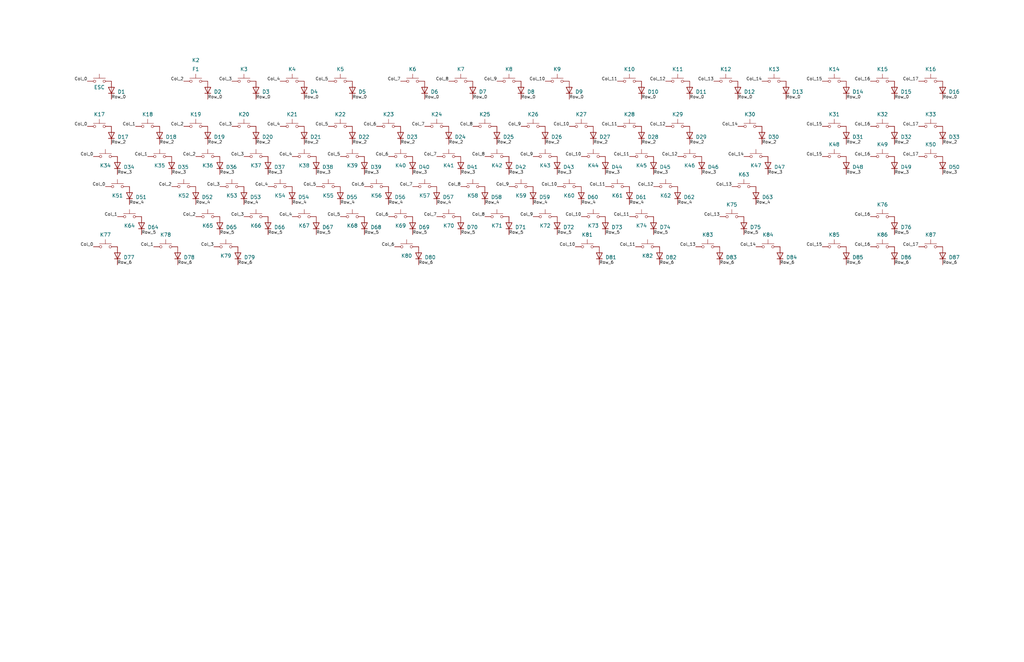
<source format=kicad_sch>
(kicad_sch (version 20211123) (generator eeschema)
  (paper "B")
  (lib_symbols
    (symbol "Device:D" (pin_numbers hide) (pin_names (offset 1.016) hide)
      (property "Reference" "D" (at 0 2.54 0))
      (property "Value" "D" (at 0 -2.54 0))
      (symbol "D_0_1"
        (polyline (pts (xy -1.27 1.27) (xy -1.27 -1.27)) (stroke (width 0.254)))
        (polyline (pts (xy 1.27 0) (xy -1.27 0)))
        (polyline (pts (xy 1.27 1.27) (xy 1.27 -1.27) (xy -1.27 0) (xy 1.27 1.27)) (stroke (width 0.254)))
      )
      (symbol "D_1_1"
        (pin passive line (at -3.81 0 0) (length 2.54) (name "K") (number "1"))
        (pin passive line (at 3.81 0 180) (length 2.54) (name "A") (number "2"))
      )
    )
    (symbol "Switch:SW_Push" (pin_numbers hide) (pin_names (offset 1.016) hide)
      (property "Reference" "SW" (at 1.27 2.54 0))
      (property "Value" "SW_Push" (at 0 -1.524 0))
      (symbol "SW_Push_0_1"
        (circle (center -2.032 0) (radius 0.508))
        (polyline (pts (xy 0 1.27) (xy 0 3.048)))
        (polyline (pts (xy 2.54 1.27) (xy -2.54 1.27)))
        (circle (center 2.032 0) (radius 0.508))
        (pin passive line (at -5.08 0 0) (length 2.54) (name "1") (number "1"))
        (pin passive line (at 5.08 0 180) (length 2.54) (name "2") (number "2"))
      )
    )
  )
  (label "Col_1" (at 62.23 66.04 180))
  (label "Col_13" (at 303.53 91.44 180))
  (label "Col_3" (at 92.71 78.74 180))
  (label "Row_0" (at 397.51 41.91 0))
  (label "Row_2" (at 46.99 60.96 0))
  (label "Col_16" (at 367.03 91.44 180))
  (label "Col_5" (at 143.51 91.44 180))
  (label "Row_3" (at 377.19 73.66 0))
  (label "Row_4" (at 184.15 86.36 0))
  (label "Col_11" (at 267.97 104.14 180))
  (label "Col_2" (at 82.55 66.04 180))
  (label "Col_16" (at 367.03 104.14 180))
  (label "Row_2" (at 148.59 60.96 0))
  (label "Col_8" (at 204.47 91.44 180))
  (label "Col_15" (at 346.71 66.04 180))
  (label "Col_2" (at 72.39 78.74 180))
  (label "Col_10" (at 245.11 66.04 180))
  (label "Row_3" (at 173.99 73.66 0))
  (label "Col_0" (at 36.83 34.29 180))
  (label "Col_11" (at 265.43 66.04 180))
  (label "Col_16" (at 367.03 34.29 180))
  (label "Row_4" (at 54.61 86.36 0))
  (label "Col_14" (at 311.15 53.34 180))
  (label "Row_2" (at 168.91 60.96 0))
  (label "Row_6" (at 252.73 111.76 0))
  (label "Col_9" (at 219.71 53.34 180))
  (label "Row_2" (at 189.23 60.96 0))
  (label "Col_9" (at 214.63 78.74 180))
  (label "Row_3" (at 323.85 73.66 0))
  (label "Row_2" (at 270.51 60.96 0))
  (label "Row_2" (at 321.31 60.96 0))
  (label "Row_4" (at 265.43 86.36 0))
  (label "Col_14" (at 313.69 66.04 180))
  (label "Row_6" (at 176.53 111.76 0))
  (label "Row_2" (at 229.87 60.96 0))
  (label "Row_0" (at 290.83 41.91 0))
  (label "Row_2" (at 397.51 60.96 0))
  (label "Col_17" (at 387.35 66.04 180))
  (label "Col_14" (at 318.77 104.14 180))
  (label "Col_16" (at 367.03 66.04 180))
  (label "Col_8" (at 189.23 34.29 180))
  (label "Col_17" (at 387.35 53.34 180))
  (label "Row_2" (at 209.55 60.96 0))
  (label "Col_6" (at 158.75 53.34 180))
  (label "Row_3" (at 295.91 73.66 0))
  (label "Row_6" (at 377.19 111.76 0))
  (label "Col_15" (at 346.71 53.34 180))
  (label "Row_0" (at 87.63 41.91 0))
  (label "Row_0" (at 148.59 41.91 0))
  (label "Col_15" (at 346.71 104.14 180))
  (label "Col_11" (at 255.27 78.74 180))
  (label "Row_5" (at 234.95 99.06 0))
  (label "Col_3" (at 102.87 66.04 180))
  (label "Row_3" (at 275.59 73.66 0))
  (label "Row_6" (at 74.93 111.76 0))
  (label "Row_3" (at 113.03 73.66 0))
  (label "Row_0" (at 199.39 41.91 0))
  (label "Row_2" (at 67.31 60.96 0))
  (label "Row_5" (at 173.99 99.06 0))
  (label "Col_8" (at 199.39 53.34 180))
  (label "Col_13" (at 308.61 78.74 180))
  (label "Col_4" (at 113.03 78.74 180))
  (label "Row_0" (at 331.47 41.91 0))
  (label "Col_12" (at 280.67 53.34 180))
  (label "Row_3" (at 92.71 73.66 0))
  (label "Row_0" (at 356.87 41.91 0))
  (label "Row_4" (at 224.79 86.36 0))
  (label "Col_6" (at 153.67 78.74 180))
  (label "Row_3" (at 255.27 73.66 0))
  (label "Col_11" (at 265.43 91.44 180))
  (label "Col_17" (at 387.35 104.14 180))
  (label "Col_7" (at 184.15 91.44 180))
  (label "Row_3" (at 397.51 73.66 0))
  (label "Row_5" (at 377.19 99.06 0))
  (label "Col_3" (at 90.17 104.14 180))
  (label "Col_6" (at 163.83 66.04 180))
  (label "Row_2" (at 128.27 60.96 0))
  (label "Col_3" (at 97.79 34.29 180))
  (label "Row_4" (at 163.83 86.36 0))
  (label "Row_6" (at 49.53 111.76 0))
  (label "Col_4" (at 123.19 91.44 180))
  (label "Row_5" (at 153.67 99.06 0))
  (label "Row_2" (at 107.95 60.96 0))
  (label "Col_7" (at 184.15 66.04 180))
  (label "Row_6" (at 397.51 111.76 0))
  (label "Row_0" (at 128.27 41.91 0))
  (label "Row_3" (at 133.35 73.66 0))
  (label "Row_0" (at 179.07 41.91 0))
  (label "Col_10" (at 240.03 53.34 180))
  (label "Row_0" (at 377.19 41.91 0))
  (label "Row_2" (at 250.19 60.96 0))
  (label "Col_10" (at 229.87 34.29 180))
  (label "Row_5" (at 92.71 99.06 0))
  (label "Col_10" (at 245.11 91.44 180))
  (label "Row_0" (at 270.51 41.91 0))
  (label "Col_17" (at 387.35 34.29 180))
  (label "Row_5" (at 214.63 99.06 0))
  (label "Col_2" (at 77.47 34.29 180))
  (label "Row_6" (at 356.87 111.76 0))
  (label "Col_4" (at 118.11 34.29 180))
  (label "Row_5" (at 313.69 99.06 0))
  (label "Row_5" (at 194.31 99.06 0))
  (label "Row_3" (at 49.53 73.66 0))
  (label "Row_4" (at 123.19 86.36 0))
  (label "Row_6" (at 328.93 111.76 0))
  (label "Row_2" (at 87.63 60.96 0))
  (label "Col_5" (at 138.43 34.29 180))
  (label "Row_5" (at 113.03 99.06 0))
  (label "Col_12" (at 275.59 78.74 180))
  (label "Col_9" (at 209.55 34.29 180))
  (label "Col_5" (at 143.51 66.04 180))
  (label "Row_4" (at 285.75 86.36 0))
  (label "Col_9" (at 224.79 91.44 180))
  (label "Col_0" (at 39.37 104.14 180))
  (label "Col_0" (at 44.45 78.74 180))
  (label "Col_4" (at 123.19 66.04 180))
  (label "Col_4" (at 118.11 53.34 180))
  (label "Col_6" (at 163.83 91.44 180))
  (label "Col_8" (at 194.31 78.74 180))
  (label "Col_14" (at 321.31 34.29 180))
  (label "Col_2" (at 82.55 91.44 180))
  (label "Row_6" (at 303.53 111.76 0))
  (label "Col_9" (at 224.79 66.04 180))
  (label "Col_1" (at 49.53 91.44 180))
  (label "Row_2" (at 290.83 60.96 0))
  (label "Row_5" (at 275.59 99.06 0))
  (label "Col_12" (at 285.75 66.04 180))
  (label "Row_4" (at 143.51 86.36 0))
  (label "Row_3" (at 356.87 73.66 0))
  (label "Row_0" (at 46.99 41.91 0))
  (label "Col_0" (at 39.37 66.04 180))
  (label "Col_5" (at 138.43 53.34 180))
  (label "Col_1" (at 57.15 53.34 180))
  (label "Col_3" (at 102.87 91.44 180))
  (label "Col_8" (at 204.47 66.04 180))
  (label "Col_12" (at 280.67 34.29 180))
  (label "Col_13" (at 293.37 104.14 180))
  (label "Col_11" (at 260.35 34.29 180))
  (label "Col_6" (at 166.37 104.14 180))
  (label "Row_2" (at 356.87 60.96 0))
  (label "Col_11" (at 260.35 53.34 180))
  (label "Row_5" (at 255.27 99.06 0))
  (label "Row_3" (at 153.67 73.66 0))
  (label "Col_2" (at 77.47 53.34 180))
  (label "Row_5" (at 59.69 99.06 0))
  (label "Col_16" (at 367.03 53.34 180))
  (label "Row_0" (at 107.95 41.91 0))
  (label "Row_3" (at 72.39 73.66 0))
  (label "Row_0" (at 240.03 41.91 0))
  (label "Row_6" (at 100.33 111.76 0))
  (label "Col_7" (at 168.91 34.29 180))
  (label "Row_5" (at 133.35 99.06 0))
  (label "Row_3" (at 234.95 73.66 0))
  (label "Row_2" (at 377.19 60.96 0))
  (label "Row_4" (at 204.47 86.36 0))
  (label "Col_7" (at 179.07 53.34 180))
  (label "Row_4" (at 102.87 86.36 0))
  (label "Col_10" (at 234.95 78.74 180))
  (label "Col_3" (at 97.79 53.34 180))
  (label "Row_6" (at 278.13 111.76 0))
  (label "Col_5" (at 133.35 78.74 180))
  (label "Row_3" (at 194.31 73.66 0))
  (label "Col_1" (at 64.77 104.14 180))
  (label "Row_3" (at 214.63 73.66 0))
  (label "Col_13" (at 300.99 34.29 180))
  (label "Row_4" (at 318.77 86.36 0))
  (label "Col_10" (at 242.57 104.14 180))
  (label "Col_0" (at 36.83 53.34 180))
  (label "Row_0" (at 219.71 41.91 0))
  (label "Row_4" (at 245.11 86.36 0))
  (label "Col_15" (at 346.71 34.29 180))
  (label "Col_7" (at 173.99 78.74 180))
  (label "Row_4" (at 82.55 86.36 0))
  (label "Row_0" (at 311.15 41.91 0))
  (symbol (lib_id "Device:D") (at 377.19 95.25 90) (unit 1)
    (property "Reference" "D76" (at 379.73 95.885 90) (effects (font (size 1.524 1.524)) (justify right)))
    (property "Value" "D" (effects hide))
    (property "Footprint" "Diode_SMD:D_SOD-123" (effects hide))
  )
  (symbol (lib_id "Switch:SW_Push") (at 372.11 53.34 0) (unit 1)
    (property "Reference" "K32" (at 372.11 48.26 0) (effects (font (size 1.524 1.524))))
    (property "Value" "Debut" (effects hide))
    (property "Footprint" "Button_Switch_Keyboard:SW_Cherry_MX_1.00u_PCB" (effects hide))
  )
  (symbol (lib_id "Device:D") (at 397.51 38.1 90) (unit 1)
    (property "Reference" "D16" (at 400.05 38.735 90) (effects (font (size 1.524 1.524)) (justify right)))
    (property "Value" "D" (effects hide))
    (property "Footprint" "Diode_SMD:D_SOD-123" (effects hide))
  )
  (symbol (lib_id "Switch:SW_Push") (at 148.59 91.44 0) (unit 1)
    (property "Reference" "K68" (at 148.59 95.25 0) (effects (font (size 1.524 1.524))))
    (property "Value" "V" (effects hide))
    (property "Footprint" "Button_Switch_Keyboard:SW_Cherry_MX_1.00u_PCB" (effects hide))
  )
  (symbol (lib_id "Device:D") (at 67.31 57.15 90) (unit 1)
    (property "Reference" "D18" (at 69.85 57.785 90) (effects (font (size 1.524 1.524)) (justify right)))
    (property "Value" "D" (effects hide))
    (property "Footprint" "Diode_SMD:D_SOD-123" (effects hide))
  )
  (symbol (lib_id "Device:D") (at 128.27 57.15 90) (unit 1)
    (property "Reference" "D21" (at 130.81 57.785 90) (effects (font (size 1.524 1.524)) (justify right)))
    (property "Value" "D" (effects hide))
    (property "Footprint" "Diode_SMD:D_SOD-123" (effects hide))
  )
  (symbol (lib_id "Switch:SW_Push") (at 392.43 53.34 0) (unit 1)
    (property "Reference" "K33" (at 392.43 48.26 0) (effects (font (size 1.524 1.524))))
    (property "Value" "Next" (effects hide))
    (property "Footprint" "Button_Switch_Keyboard:SW_Cherry_MX_1.00u_PCB" (effects hide))
  )
  (symbol (lib_id "Device:D") (at 214.63 95.25 90) (unit 1)
    (property "Reference" "D71" (at 217.17 95.885 90) (effects (font (size 1.524 1.524)) (justify right)))
    (property "Value" "D" (effects hide))
    (property "Footprint" "Diode_SMD:D_SOD-123" (effects hide))
  )
  (symbol (lib_id "Switch:SW_Push") (at 77.47 78.74 0) (unit 1)
    (property "Reference" "K52" (at 77.47 82.55 0) (effects (font (size 1.524 1.524))))
    (property "Value" "A" (effects hide))
    (property "Footprint" "Button_Switch_Keyboard:SW_Cherry_MX_1.00u_PCB" (effects hide))
  )
  (symbol (lib_id "Device:D") (at 252.73 107.95 90) (unit 1)
    (property "Reference" "D81" (at 255.27 108.585 90) (effects (font (size 1.524 1.524)) (justify right)))
    (property "Value" "D" (effects hide))
    (property "Footprint" "Diode_SMD:D_SOD-123" (effects hide))
  )
  (symbol (lib_id "Switch:SW_Push") (at 245.11 53.34 0) (unit 1)
    (property "Reference" "K27" (at 245.11 48.26 0) (effects (font (size 1.524 1.524))))
    (property "Value" "0" (effects hide))
    (property "Footprint" "Button_Switch_Keyboard:SW_Cherry_MX_1.00u_PCB" (effects hide))
  )
  (symbol (lib_id "Device:D") (at 168.91 57.15 90) (unit 1)
    (property "Reference" "D23" (at 171.45 57.785 90) (effects (font (size 1.524 1.524)) (justify right)))
    (property "Value" "D" (effects hide))
    (property "Footprint" "Diode_SMD:D_SOD-123" (effects hide))
  )
  (symbol (lib_id "Switch:SW_Push") (at 250.19 66.04 0) (unit 1)
    (property "Reference" "K44" (at 250.19 69.85 0) (effects (font (size 1.524 1.524))))
    (property "Value" "P" (effects hide))
    (property "Footprint" "Button_Switch_Keyboard:SW_Cherry_MX_1.00u_PCB" (effects hide))
  )
  (symbol (lib_id "Device:D") (at 153.67 69.85 90) (unit 1)
    (property "Reference" "D39" (at 156.21 70.485 90) (effects (font (size 1.524 1.524)) (justify right)))
    (property "Value" "D" (effects hide))
    (property "Footprint" "Diode_SMD:D_SOD-123" (effects hide))
  )
  (symbol (lib_id "Switch:SW_Push") (at 372.11 104.14 0) (unit 1)
    (property "Reference" "K86" (at 372.11 99.06 0) (effects (font (size 1.524 1.524))))
    (property "Value" "DOWN Arrow" (effects hide))
    (property "Footprint" "Button_Switch_Keyboard:SW_Cherry_MX_1.00u_PCB" (effects hide))
  )
  (symbol (lib_id "Switch:SW_Push") (at 168.91 91.44 0) (unit 1)
    (property "Reference" "K69" (at 168.91 95.25 0) (effects (font (size 1.524 1.524))))
    (property "Value" "B" (effects hide))
    (property "Footprint" "Button_Switch_Keyboard:SW_Cherry_MX_1.00u_PCB" (effects hide))
  )
  (symbol (lib_id "Device:D") (at 356.87 107.95 90) (unit 1)
    (property "Reference" "D85" (at 359.41 108.585 90) (effects (font (size 1.524 1.524)) (justify right)))
    (property "Value" "D" (effects hide))
    (property "Footprint" "Diode_SMD:D_SOD-123" (effects hide))
  )
  (symbol (lib_id "Switch:SW_Push") (at 270.51 91.44 0) (unit 1)
    (property "Reference" "K74" (at 270.51 95.25 0) (effects (font (size 1.524 1.524))))
    (property "Value" "É" (effects hide))
    (property "Footprint" "Button_Switch_Keyboard:SW_Cherry_MX_1.00u_PCB" (effects hide))
  )
  (symbol (lib_id "Device:D") (at 275.59 69.85 90) (unit 1)
    (property "Reference" "D45" (at 278.13 70.485 90) (effects (font (size 1.524 1.524)) (justify right)))
    (property "Value" "D" (effects hide))
    (property "Footprint" "Diode_SMD:D_SOD-123" (effects hide))
  )
  (symbol (lib_id "Switch:SW_Push") (at 143.51 34.29 0) (unit 1)
    (property "Reference" "K5" (at 143.51 29.21 0) (effects (font (size 1.524 1.524))))
    (property "Value" "F4" (effects hide))
    (property "Footprint" "Button_Switch_Keyboard:SW_Cherry_MX_1.00u_PCB" (effects hide))
  )
  (symbol (lib_id "Device:D") (at 285.75 82.55 90) (unit 1)
    (property "Reference" "D62" (at 288.29 83.185 90) (effects (font (size 1.524 1.524)) (justify right)))
    (property "Value" "D" (effects hide))
    (property "Footprint" "Diode_SMD:D_SOD-123" (effects hide))
  )
  (symbol (lib_id "Switch:SW_Push") (at 372.11 91.44 0) (unit 1)
    (property "Reference" "K76" (at 372.11 86.36 0) (effects (font (size 1.524 1.524))))
    (property "Value" "UP Arrow" (effects hide))
    (property "Footprint" "Button_Switch_Keyboard:SW_Cherry_MX_1.00u_PCB" (effects hide))
  )
  (symbol (lib_id "Switch:SW_Push") (at 168.91 66.04 0) (unit 1)
    (property "Reference" "K40" (at 168.91 69.85 0) (effects (font (size 1.524 1.524))))
    (property "Value" "Y" (effects hide))
    (property "Footprint" "Button_Switch_Keyboard:SW_Cherry_MX_1.00u_PCB" (effects hide))
  )
  (symbol (lib_id "Device:D") (at 214.63 69.85 90) (unit 1)
    (property "Reference" "D42" (at 217.17 70.485 90) (effects (font (size 1.524 1.524)) (justify right)))
    (property "Value" "D" (effects hide))
    (property "Footprint" "Diode_SMD:D_SOD-123" (effects hide))
  )
  (symbol (lib_id "Device:D") (at 397.51 69.85 90) (unit 1)
    (property "Reference" "D50" (at 400.05 70.485 90) (effects (font (size 1.524 1.524)) (justify right)))
    (property "Value" "D" (effects hide))
    (property "Footprint" "Diode_SMD:D_SOD-123" (effects hide))
  )
  (symbol (lib_id "Device:D") (at 219.71 38.1 90) (unit 1)
    (property "Reference" "D8" (at 222.25 38.735 90) (effects (font (size 1.524 1.524)) (justify right)))
    (property "Value" "D" (effects hide))
    (property "Footprint" "Diode_SMD:D_SOD-123" (effects hide))
  )
  (symbol (lib_id "Switch:SW_Push") (at 82.55 53.34 0) (unit 1)
    (property "Reference" "K19" (at 82.55 48.26 0) (effects (font (size 1.524 1.524))))
    (property "Value" "2" (effects hide))
    (property "Footprint" "Button_Switch_Keyboard:SW_Cherry_MX_1.00u_PCB" (effects hide))
  )
  (symbol (lib_id "Switch:SW_Push") (at 123.19 34.29 0) (unit 1)
    (property "Reference" "K4" (at 123.19 29.21 0) (effects (font (size 1.524 1.524))))
    (property "Value" "F3" (effects hide))
    (property "Footprint" "Button_Switch_Keyboard:SW_Cherry_MX_1.00u_PCB" (effects hide))
  )
  (symbol (lib_id "Switch:SW_Push") (at 107.95 66.04 0) (unit 1)
    (property "Reference" "K37" (at 107.95 69.85 0) (effects (font (size 1.524 1.524))))
    (property "Value" "E" (effects hide))
    (property "Footprint" "Button_Switch_Keyboard:SW_Cherry_MX_1.00u_PCB" (effects hide))
  )
  (symbol (lib_id "Device:D") (at 199.39 38.1 90) (unit 1)
    (property "Reference" "D7" (at 201.93 38.735 90) (effects (font (size 1.524 1.524)) (justify right)))
    (property "Value" "D" (effects hide))
    (property "Footprint" "Diode_SMD:D_SOD-123" (effects hide))
  )
  (symbol (lib_id "Switch:SW_Push") (at 87.63 66.04 0) (unit 1)
    (property "Reference" "K36" (at 87.63 69.85 0) (effects (font (size 1.524 1.524))))
    (property "Value" "W" (effects hide))
    (property "Footprint" "Button_Switch_Keyboard:SW_Cherry_MX_1.00u_PCB" (effects hide))
  )
  (symbol (lib_id "Switch:SW_Push") (at 285.75 34.29 0) (unit 1)
    (property "Reference" "K11" (at 285.75 29.21 0) (effects (font (size 1.524 1.524))))
    (property "Value" "F10" (effects hide))
    (property "Footprint" "Button_Switch_Keyboard:SW_Cherry_MX_1.00u_PCB" (effects hide))
  )
  (symbol (lib_id "Switch:SW_Push") (at 107.95 91.44 0) (unit 1)
    (property "Reference" "K66" (at 107.95 95.25 0) (effects (font (size 1.524 1.524))))
    (property "Value" "X" (effects hide))
    (property "Footprint" "Button_Switch_Keyboard:SW_Cherry_MX_1.00u_PCB" (effects hide))
  )
  (symbol (lib_id "Device:D") (at 209.55 57.15 90) (unit 1)
    (property "Reference" "D25" (at 212.09 57.785 90) (effects (font (size 1.524 1.524)) (justify right)))
    (property "Value" "D" (effects hide))
    (property "Footprint" "Diode_SMD:D_SOD-123" (effects hide))
  )
  (symbol (lib_id "Device:D") (at 229.87 57.15 90) (unit 1)
    (property "Reference" "D26" (at 232.41 57.785 90) (effects (font (size 1.524 1.524)) (justify right)))
    (property "Value" "D" (effects hide))
    (property "Footprint" "Diode_SMD:D_SOD-123" (effects hide))
  )
  (symbol (lib_id "Switch:SW_Push") (at 209.55 91.44 0) (unit 1)
    (property "Reference" "K71" (at 209.55 95.25 0) (effects (font (size 1.524 1.524))))
    (property "Value" "M" (effects hide))
    (property "Footprint" "Button_Switch_Keyboard:SW_Cherry_MX_1.00u_PCB" (effects hide))
  )
  (symbol (lib_id "Switch:SW_Push") (at 69.85 104.14 0) (unit 1)
    (property "Reference" "K78" (at 69.85 99.06 0) (effects (font (size 1.524 1.524))))
    (property "Value" "WINDOWS" (effects hide))
    (property "Footprint" "Button_Switch_Keyboard:SW_Cherry_MX_1.25u_PCB" (effects hide))
  )
  (symbol (lib_id "Switch:SW_Push") (at 128.27 91.44 0) (unit 1)
    (property "Reference" "K67" (at 128.27 95.25 0) (effects (font (size 1.524 1.524))))
    (property "Value" "C" (effects hide))
    (property "Footprint" "Button_Switch_Keyboard:SW_Cherry_MX_1.00u_PCB" (effects hide))
  )
  (symbol (lib_id "Device:D") (at 72.39 69.85 90) (unit 1)
    (property "Reference" "D35" (at 74.93 70.485 90) (effects (font (size 1.524 1.524)) (justify right)))
    (property "Value" "D" (effects hide))
    (property "Footprint" "Diode_SMD:D_SOD-123" (effects hide))
  )
  (symbol (lib_id "Switch:SW_Push") (at 265.43 53.34 0) (unit 1)
    (property "Reference" "K28" (at 265.43 48.26 0) (effects (font (size 1.524 1.524))))
    (property "Value" "-" (effects hide))
    (property "Footprint" "Button_Switch_Keyboard:SW_Cherry_MX_1.00u_PCB" (effects hide))
  )
  (symbol (lib_id "Switch:SW_Push") (at 372.11 66.04 0) (unit 1)
    (property "Reference" "K49" (at 372.11 60.96 0) (effects (font (size 1.524 1.524))))
    (property "Value" "FIN" (effects hide))
    (property "Footprint" "Button_Switch_Keyboard:SW_Cherry_MX_1.00u_PCB" (effects hide))
  )
  (symbol (lib_id "Switch:SW_Push") (at 171.45 104.14 0) (unit 1)
    (property "Reference" "K80" (at 171.45 107.95 0) (effects (font (size 1.524 1.524))))
    (property "Value" "BARRE" (effects hide))
    (property "Footprint" "Button_Switch_Keyboard:SW_Cherry_MX_6.25u_PCB" (effects hide))
  )
  (symbol (lib_id "Device:D") (at 331.47 38.1 90) (unit 1)
    (property "Reference" "D13" (at 334.01 38.735 90) (effects (font (size 1.524 1.524)) (justify right)))
    (property "Value" "D" (effects hide))
    (property "Footprint" "Diode_SMD:D_SOD-123" (effects hide))
  )
  (symbol (lib_id "Switch:SW_Push") (at 372.11 34.29 0) (unit 1)
    (property "Reference" "K15" (at 372.11 29.21 0) (effects (font (size 1.524 1.524))))
    (property "Value" "Defilement" (effects hide))
    (property "Footprint" "Button_Switch_Keyboard:SW_Cherry_MX_1.00u_PCB" (effects hide))
  )
  (symbol (lib_id "Switch:SW_Push") (at 102.87 34.29 0) (unit 1)
    (property "Reference" "K3" (at 102.87 29.21 0) (effects (font (size 1.524 1.524))))
    (property "Value" "F2" (effects hide))
    (property "Footprint" "Button_Switch_Keyboard:SW_Cherry_MX_1.00u_PCB" (effects hide))
  )
  (symbol (lib_id "Device:D") (at 46.99 38.1 90) (unit 1)
    (property "Reference" "D1" (at 49.53 38.735 90) (effects (font (size 1.524 1.524)) (justify right)))
    (property "Value" "D" (effects hide))
    (property "Footprint" "Diode_SMD:D_SOD-123" (effects hide))
  )
  (symbol (lib_id "Device:D") (at 204.47 82.55 90) (unit 1)
    (property "Reference" "D58" (at 207.01 83.185 90) (effects (font (size 1.524 1.524)) (justify right)))
    (property "Value" "D" (effects hide))
    (property "Footprint" "Diode_SMD:D_SOD-123" (effects hide))
  )
  (symbol (lib_id "Switch:SW_Push") (at 270.51 66.04 0) (unit 1)
    (property "Reference" "K45" (at 270.51 69.85 0) (effects (font (size 1.524 1.524))))
    (property "Value" "^" (effects hide))
    (property "Footprint" "Button_Switch_Keyboard:SW_Cherry_MX_1.00u_PCB" (effects hide))
  )
  (symbol (lib_id "Switch:SW_Push") (at 41.91 53.34 0) (unit 1)
    (property "Reference" "K17" (at 41.91 48.26 0) (effects (font (size 1.524 1.524))))
    (property "Value" "/" (effects hide))
    (property "Footprint" "Button_Switch_Keyboard:SW_Cherry_MX_1.00u_PCB" (effects hide))
  )
  (symbol (lib_id "Device:D") (at 173.99 69.85 90) (unit 1)
    (property "Reference" "D40" (at 176.53 70.485 90) (effects (font (size 1.524 1.524)) (justify right)))
    (property "Value" "D" (effects hide))
    (property "Footprint" "Diode_SMD:D_SOD-123" (effects hide))
  )
  (symbol (lib_id "Device:D") (at 113.03 95.25 90) (unit 1)
    (property "Reference" "D66" (at 115.57 95.885 90) (effects (font (size 1.524 1.524)) (justify right)))
    (property "Value" "D" (effects hide))
    (property "Footprint" "Diode_SMD:D_SOD-123" (effects hide))
  )
  (symbol (lib_id "Switch:SW_Push") (at 306.07 34.29 0) (unit 1)
    (property "Reference" "K12" (at 306.07 29.21 0) (effects (font (size 1.524 1.524))))
    (property "Value" "F11" (effects hide))
    (property "Footprint" "Button_Switch_Keyboard:SW_Cherry_MX_1.00u_PCB" (effects hide))
  )
  (symbol (lib_id "Device:D") (at 87.63 57.15 90) (unit 1)
    (property "Reference" "D19" (at 90.17 57.785 90) (effects (font (size 1.524 1.524)) (justify right)))
    (property "Value" "D" (effects hide))
    (property "Footprint" "Diode_SMD:D_SOD-123" (effects hide))
  )
  (symbol (lib_id "Device:D") (at 49.53 107.95 90) (unit 1)
    (property "Reference" "D77" (at 52.07 108.585 90) (effects (font (size 1.524 1.524)) (justify right)))
    (property "Value" "D" (effects hide))
    (property "Footprint" "Diode_SMD:D_SOD-123" (effects hide))
  )
  (symbol (lib_id "Device:D") (at 163.83 82.55 90) (unit 1)
    (property "Reference" "D56" (at 166.37 83.185 90) (effects (font (size 1.524 1.524)) (justify right)))
    (property "Value" "D" (effects hide))
    (property "Footprint" "Diode_SMD:D_SOD-123" (effects hide))
  )
  (symbol (lib_id "Switch:SW_Push") (at 326.39 34.29 0) (unit 1)
    (property "Reference" "K13" (at 326.39 29.21 0) (effects (font (size 1.524 1.524))))
    (property "Value" "F12" (effects hide))
    (property "Footprint" "Button_Switch_Keyboard:SW_Cherry_MX_1.00u_PCB" (effects hide))
  )
  (symbol (lib_id "Switch:SW_Push") (at 351.79 104.14 0) (unit 1)
    (property "Reference" "K85" (at 351.79 99.06 0) (effects (font (size 1.524 1.524))))
    (property "Value" "LEFT Arrow" (effects hide))
    (property "Footprint" "Button_Switch_Keyboard:SW_Cherry_MX_1.00u_PCB" (effects hide))
  )
  (symbol (lib_id "Switch:SW_Push") (at 209.55 66.04 0) (unit 1)
    (property "Reference" "K42" (at 209.55 69.85 0) (effects (font (size 1.524 1.524))))
    (property "Value" "I" (effects hide))
    (property "Footprint" "Button_Switch_Keyboard:SW_Cherry_MX_1.00u_PCB" (effects hide))
  )
  (symbol (lib_id "Device:D") (at 173.99 95.25 90) (unit 1)
    (property "Reference" "D69" (at 176.53 95.885 90) (effects (font (size 1.524 1.524)) (justify right)))
    (property "Value" "D" (effects hide))
    (property "Footprint" "Diode_SMD:D_SOD-123" (effects hide))
  )
  (symbol (lib_id "Switch:SW_Push") (at 280.67 78.74 0) (unit 1)
    (property "Reference" "K62" (at 280.67 82.55 0) (effects (font (size 1.524 1.524))))
    (property "Value" "È" (effects hide))
    (property "Footprint" "Button_Switch_Keyboard:SW_Cherry_MX_1.00u_PCB" (effects hide))
  )
  (symbol (lib_id "Device:D") (at 328.93 107.95 90) (unit 1)
    (property "Reference" "D84" (at 331.47 108.585 90) (effects (font (size 1.524 1.524)) (justify right)))
    (property "Value" "D" (effects hide))
    (property "Footprint" "Diode_SMD:D_SOD-123" (effects hide))
  )
  (symbol (lib_id "Device:D") (at 313.69 95.25 90) (unit 1)
    (property "Reference" "D75" (at 316.23 95.885 90) (effects (font (size 1.524 1.524)) (justify right)))
    (property "Value" "D" (effects hide))
    (property "Footprint" "Diode_SMD:D_SOD-123" (effects hide))
  )
  (symbol (lib_id "Device:D") (at 250.19 57.15 90) (unit 1)
    (property "Reference" "D27" (at 252.73 57.785 90) (effects (font (size 1.524 1.524)) (justify right)))
    (property "Value" "D" (effects hide))
    (property "Footprint" "Diode_SMD:D_SOD-123" (effects hide))
  )
  (symbol (lib_id "Switch:SW_Push") (at 351.79 34.29 0) (unit 1)
    (property "Reference" "K14" (at 351.79 29.21 0) (effects (font (size 1.524 1.524))))
    (property "Value" "Imp_Ecran" (effects hide))
    (property "Footprint" "Button_Switch_Keyboard:SW_Cherry_MX_1.00u_PCB" (effects hide))
  )
  (symbol (lib_id "Device:D") (at 224.79 82.55 90) (unit 1)
    (property "Reference" "D59" (at 227.33 83.185 90) (effects (font (size 1.524 1.524)) (justify right)))
    (property "Value" "D" (effects hide))
    (property "Footprint" "Diode_SMD:D_SOD-123" (effects hide))
  )
  (symbol (lib_id "Device:D") (at 265.43 82.55 90) (unit 1)
    (property "Reference" "D61" (at 267.97 83.185 90) (effects (font (size 1.524 1.524)) (justify right)))
    (property "Value" "D" (effects hide))
    (property "Footprint" "Diode_SMD:D_SOD-123" (effects hide))
  )
  (symbol (lib_id "Device:D") (at 323.85 69.85 90) (unit 1)
    (property "Reference" "D47" (at 326.39 70.485 90) (effects (font (size 1.524 1.524)) (justify right)))
    (property "Value" "D" (effects hide))
    (property "Footprint" "Diode_SMD:D_SOD-123" (effects hide))
  )
  (symbol (lib_id "Device:D") (at 255.27 95.25 90) (unit 1)
    (property "Reference" "D73" (at 257.81 95.885 90) (effects (font (size 1.524 1.524)) (justify right)))
    (property "Value" "D" (effects hide))
    (property "Footprint" "Diode_SMD:D_SOD-123" (effects hide))
  )
  (symbol (lib_id "Device:D") (at 92.71 69.85 90) (unit 1)
    (property "Reference" "D36" (at 95.25 70.485 90) (effects (font (size 1.524 1.524)) (justify right)))
    (property "Value" "D" (effects hide))
    (property "Footprint" "Diode_SMD:D_SOD-123" (effects hide))
  )
  (symbol (lib_id "Switch:SW_Push") (at 95.25 104.14 0) (unit 1)
    (property "Reference" "K79" (at 95.25 107.95 0) (effects (font (size 1.524 1.524))))
    (property "Value" "ALT G." (effects hide))
    (property "Footprint" "Button_Switch_Keyboard:SW_Cherry_MX_1.25u_PCB" (effects hide))
  )
  (symbol (lib_id "Switch:SW_Push") (at 82.55 34.29 0) (unit 1)
    (property "Reference" "K2" (at 82.55 25.4 0) (effects (font (size 1.524 1.524))))
    (property "Value" "F1" (at 82.55 29.21 0) (effects (font (size 1.524 1.524))))
    (property "Footprint" "Button_Switch_Keyboard:SW_Cherry_MX_1.00u_PCB" (effects hide))
  )
  (symbol (lib_id "Switch:SW_Push") (at 285.75 53.34 0) (unit 1)
    (property "Reference" "K29" (at 285.75 48.26 0) (effects (font (size 1.524 1.524))))
    (property "Value" "=" (effects hide))
    (property "Footprint" "Button_Switch_Keyboard:SW_Cherry_MX_1.00u_PCB" (effects hide))
  )
  (symbol (lib_id "Device:D") (at 143.51 82.55 90) (unit 1)
    (property "Reference" "D55" (at 146.05 83.185 90) (effects (font (size 1.524 1.524)) (justify right)))
    (property "Value" "D" (effects hide))
    (property "Footprint" "Diode_SMD:D_SOD-123" (effects hide))
  )
  (symbol (lib_id "Switch:SW_Push") (at 87.63 91.44 0) (unit 1)
    (property "Reference" "K65" (at 87.63 95.25 0) (effects (font (size 1.524 1.524))))
    (property "Value" "Z" (effects hide))
    (property "Footprint" "Button_Switch_Keyboard:SW_Cherry_MX_1.00u_PCB" (effects hide))
  )
  (symbol (lib_id "Device:D") (at 245.11 82.55 90) (unit 1)
    (property "Reference" "D60" (at 247.65 83.185 90) (effects (font (size 1.524 1.524)) (justify right)))
    (property "Value" "D" (effects hide))
    (property "Footprint" "Diode_SMD:D_SOD-123" (effects hide))
  )
  (symbol (lib_id "Device:D") (at 148.59 57.15 90) (unit 1)
    (property "Reference" "D22" (at 151.13 57.785 90) (effects (font (size 1.524 1.524)) (justify right)))
    (property "Value" "D" (effects hide))
    (property "Footprint" "Diode_SMD:D_SOD-123" (effects hide))
  )
  (symbol (lib_id "Device:D") (at 356.87 57.15 90) (unit 1)
    (property "Reference" "D31" (at 359.41 57.785 90) (effects (font (size 1.524 1.524)) (justify right)))
    (property "Value" "D" (effects hide))
    (property "Footprint" "Diode_SMD:D_SOD-123" (effects hide))
  )
  (symbol (lib_id "Switch:SW_Push") (at 54.61 91.44 0) (unit 1)
    (property "Reference" "K64" (at 54.61 95.25 0) (effects (font (size 1.524 1.524))))
    (property "Value" "MAJ G." (effects hide))
    (property "Footprint" "Button_Switch_Keyboard:SW_Cherry_MX_2.25u_PCB" (effects hide))
  )
  (symbol (lib_id "Device:D") (at 255.27 69.85 90) (unit 1)
    (property "Reference" "D44" (at 257.81 70.485 90) (effects (font (size 1.524 1.524)) (justify right)))
    (property "Value" "D" (effects hide))
    (property "Footprint" "Diode_SMD:D_SOD-123" (effects hide))
  )
  (symbol (lib_id "Device:D") (at 377.19 38.1 90) (unit 1)
    (property "Reference" "D15" (at 379.73 38.735 90) (effects (font (size 1.524 1.524)) (justify right)))
    (property "Value" "D" (effects hide))
    (property "Footprint" "Diode_SMD:D_SOD-123" (effects hide))
  )
  (symbol (lib_id "Device:D") (at 153.67 95.25 90) (unit 1)
    (property "Reference" "D68" (at 156.21 95.885 90) (effects (font (size 1.524 1.524)) (justify right)))
    (property "Value" "D" (effects hide))
    (property "Footprint" "Diode_SMD:D_SOD-123" (effects hide))
  )
  (symbol (lib_id "Device:D") (at 278.13 107.95 90) (unit 1)
    (property "Reference" "D82" (at 280.67 108.585 90) (effects (font (size 1.524 1.524)) (justify right)))
    (property "Value" "D" (effects hide))
    (property "Footprint" "Diode_SMD:D_SOD-123" (effects hide))
  )
  (symbol (lib_id "Switch:SW_Push") (at 123.19 53.34 0) (unit 1)
    (property "Reference" "K21" (at 123.19 48.26 0) (effects (font (size 1.524 1.524))))
    (property "Value" "4" (effects hide))
    (property "Footprint" "Button_Switch_Keyboard:SW_Cherry_MX_1.00u_PCB" (effects hide))
  )
  (symbol (lib_id "Device:D") (at 133.35 69.85 90) (unit 1)
    (property "Reference" "D38" (at 135.89 70.485 90) (effects (font (size 1.524 1.524)) (justify right)))
    (property "Value" "D" (effects hide))
    (property "Footprint" "Diode_SMD:D_SOD-123" (effects hide))
  )
  (symbol (lib_id "Switch:SW_Push") (at 224.79 53.34 0) (unit 1)
    (property "Reference" "K26" (at 224.79 48.26 0) (effects (font (size 1.524 1.524))))
    (property "Value" "9" (effects hide))
    (property "Footprint" "Button_Switch_Keyboard:SW_Cherry_MX_1.00u_PCB" (effects hide))
  )
  (symbol (lib_id "Switch:SW_Push") (at 158.75 78.74 0) (unit 1)
    (property "Reference" "K56" (at 158.75 82.55 0) (effects (font (size 1.524 1.524))))
    (property "Value" "G" (effects hide))
    (property "Footprint" "Button_Switch_Keyboard:SW_Cherry_MX_1.00u_PCB" (effects hide))
  )
  (symbol (lib_id "Device:D") (at 303.53 107.95 90) (unit 1)
    (property "Reference" "D83" (at 306.07 108.585 90) (effects (font (size 1.524 1.524)) (justify right)))
    (property "Value" "D" (effects hide))
    (property "Footprint" "Diode_SMD:D_SOD-123" (effects hide))
  )
  (symbol (lib_id "Device:D") (at 270.51 57.15 90) (unit 1)
    (property "Reference" "D28" (at 273.05 57.785 90) (effects (font (size 1.524 1.524)) (justify right)))
    (property "Value" "D" (effects hide))
    (property "Footprint" "Diode_SMD:D_SOD-123" (effects hide))
  )
  (symbol (lib_id "Switch:SW_Push") (at 179.07 78.74 0) (unit 1)
    (property "Reference" "K57" (at 179.07 82.55 0) (effects (font (size 1.524 1.524))))
    (property "Value" "H" (effects hide))
    (property "Footprint" "Button_Switch_Keyboard:SW_Cherry_MX_1.00u_PCB" (effects hide))
  )
  (symbol (lib_id "Device:D") (at 189.23 57.15 90) (unit 1)
    (property "Reference" "D24" (at 191.77 57.785 90) (effects (font (size 1.524 1.524)) (justify right)))
    (property "Value" "D" (effects hide))
    (property "Footprint" "Diode_SMD:D_SOD-123" (effects hide))
  )
  (symbol (lib_id "Device:D") (at 377.19 57.15 90) (unit 1)
    (property "Reference" "D32" (at 379.73 57.785 90) (effects (font (size 1.524 1.524)) (justify right)))
    (property "Value" "D" (effects hide))
    (property "Footprint" "Diode_SMD:D_SOD-123" (effects hide))
  )
  (symbol (lib_id "Switch:SW_Push") (at 41.91 34.29 0) (unit 1)
    (property "Reference" "K1" (effects hide))
    (property "Value" "ESC" (at 41.91 36.83 0) (effects (font (size 1.524 1.524))))
    (property "Footprint" "Button_Switch_Keyboard:SW_Cherry_MX_1.00u_PCB" (effects hide))
  )
  (symbol (lib_id "Device:D") (at 74.93 107.95 90) (unit 1)
    (property "Reference" "D78" (at 77.47 108.585 90) (effects (font (size 1.524 1.524)) (justify right)))
    (property "Value" "D" (effects hide))
    (property "Footprint" "Diode_SMD:D_SOD-123" (effects hide))
  )
  (symbol (lib_id "Switch:SW_Push") (at 189.23 66.04 0) (unit 1)
    (property "Reference" "K41" (at 189.23 69.85 0) (effects (font (size 1.524 1.524))))
    (property "Value" "U" (effects hide))
    (property "Footprint" "Button_Switch_Keyboard:SW_Cherry_MX_1.00u_PCB" (effects hide))
  )
  (symbol (lib_id "Device:D") (at 107.95 57.15 90) (unit 1)
    (property "Reference" "D20" (at 110.49 57.785 90) (effects (font (size 1.524 1.524)) (justify right)))
    (property "Value" "D" (effects hide))
    (property "Footprint" "Diode_SMD:D_SOD-123" (effects hide))
  )
  (symbol (lib_id "Device:D") (at 46.99 57.15 90) (unit 1)
    (property "Reference" "D17" (at 49.53 57.785 90) (effects (font (size 1.524 1.524)) (justify right)))
    (property "Value" "D" (effects hide))
    (property "Footprint" "Diode_SMD:D_SOD-123" (effects hide))
  )
  (symbol (lib_id "Switch:SW_Push") (at 265.43 34.29 0) (unit 1)
    (property "Reference" "K10" (at 265.43 29.21 0) (effects (font (size 1.524 1.524))))
    (property "Value" "F9" (effects hide))
    (property "Footprint" "Button_Switch_Keyboard:SW_Cherry_MX_1.00u_PCB" (effects hide))
  )
  (symbol (lib_id "Device:D") (at 194.31 95.25 90) (unit 1)
    (property "Reference" "D70" (at 196.85 95.885 90) (effects (font (size 1.524 1.524)) (justify right)))
    (property "Value" "D" (effects hide))
    (property "Footprint" "Diode_SMD:D_SOD-123" (effects hide))
  )
  (symbol (lib_id "Switch:SW_Push") (at 173.99 34.29 0) (unit 1)
    (property "Reference" "K6" (at 173.99 29.21 0) (effects (font (size 1.524 1.524))))
    (property "Value" "F5" (effects hide))
    (property "Footprint" "Button_Switch_Keyboard:SW_Cherry_MX_1.00u_PCB" (effects hide))
  )
  (symbol (lib_id "Switch:SW_Push") (at 229.87 91.44 0) (unit 1)
    (property "Reference" "K72" (at 229.87 95.25 0) (effects (font (size 1.524 1.524))))
    (property "Value" "," (effects hide))
    (property "Footprint" "Button_Switch_Keyboard:SW_Cherry_MX_1.00u_PCB" (effects hide))
  )
  (symbol (lib_id "Switch:SW_Push") (at 143.51 53.34 0) (unit 1)
    (property "Reference" "K22" (at 143.51 48.26 0) (effects (font (size 1.524 1.524))))
    (property "Value" "5" (effects hide))
    (property "Footprint" "Button_Switch_Keyboard:SW_Cherry_MX_1.00u_PCB" (effects hide))
  )
  (symbol (lib_id "Switch:SW_Push") (at 44.45 66.04 0) (unit 1)
    (property "Reference" "K34" (at 44.45 69.85 0) (effects (font (size 1.524 1.524))))
    (property "Value" "TAB" (effects hide))
    (property "Footprint" "Button_Switch_Keyboard:SW_Cherry_MX_1.25u_PCB" (effects hide))
  )
  (symbol (lib_id "Switch:SW_Push") (at 392.43 66.04 0) (unit 1)
    (property "Reference" "K50" (at 392.43 60.96 0) (effects (font (size 1.524 1.524))))
    (property "Value" "Previous" (effects hide))
    (property "Footprint" "Button_Switch_Keyboard:SW_Cherry_MX_1.00u_PCB" (effects hide))
  )
  (symbol (lib_id "Device:D") (at 49.53 69.85 90) (unit 1)
    (property "Reference" "D34" (at 52.07 70.485 90) (effects (font (size 1.524 1.524)) (justify right)))
    (property "Value" "D" (effects hide))
    (property "Footprint" "Diode_SMD:D_SOD-123" (effects hide))
  )
  (symbol (lib_id "Device:D") (at 100.33 107.95 90) (unit 1)
    (property "Reference" "D79" (at 102.87 108.585 90) (effects (font (size 1.524 1.524)) (justify right)))
    (property "Value" "D" (effects hide))
    (property "Footprint" "Diode_SMD:D_SOD-123" (effects hide))
  )
  (symbol (lib_id "Device:D") (at 290.83 38.1 90) (unit 1)
    (property "Reference" "D11" (at 293.37 38.735 90) (effects (font (size 1.524 1.524)) (justify right)))
    (property "Value" "D" (effects hide))
    (property "Footprint" "Diode_SMD:D_SOD-123" (effects hide))
  )
  (symbol (lib_id "Switch:SW_Push") (at 392.43 104.14 0) (unit 1)
    (property "Reference" "K87" (at 392.43 99.06 0) (effects (font (size 1.524 1.524))))
    (property "Value" "RIGHT Arrow" (effects hide))
    (property "Footprint" "Button_Switch_Keyboard:SW_Cherry_MX_1.00u_PCB" (effects hide))
  )
  (symbol (lib_id "Switch:SW_Push") (at 49.53 78.74 0) (unit 1)
    (property "Reference" "K51" (at 49.53 82.55 0) (effects (font (size 1.524 1.524))))
    (property "Value" "CAPS LOCK" (effects hide))
    (property "Footprint" "Button_Switch_Keyboard:SW_Cherry_MX_1.75u_PCB" (effects hide))
  )
  (symbol (lib_id "Switch:SW_Push") (at 163.83 53.34 0) (unit 1)
    (property "Reference" "K23" (at 163.83 48.26 0) (effects (font (size 1.524 1.524))))
    (property "Value" "6" (effects hide))
    (property "Footprint" "Button_Switch_Keyboard:SW_Cherry_MX_1.00u_PCB" (effects hide))
  )
  (symbol (lib_id "Device:D") (at 128.27 38.1 90) (unit 1)
    (property "Reference" "D4" (at 130.81 38.735 90) (effects (font (size 1.524 1.524)) (justify right)))
    (property "Value" "D" (effects hide))
    (property "Footprint" "Diode_SMD:D_SOD-123" (effects hide))
  )
  (symbol (lib_id "Device:D") (at 397.51 107.95 90) (unit 1)
    (property "Reference" "D87" (at 400.05 108.585 90) (effects (font (size 1.524 1.524)) (justify right)))
    (property "Value" "D" (effects hide))
    (property "Footprint" "Diode_SMD:D_SOD-123" (effects hide))
  )
  (symbol (lib_id "Device:D") (at 295.91 69.85 90) (unit 1)
    (property "Reference" "D46" (at 298.45 70.485 90) (effects (font (size 1.524 1.524)) (justify right)))
    (property "Value" "D" (effects hide))
    (property "Footprint" "Diode_SMD:D_SOD-123" (effects hide))
  )
  (symbol (lib_id "Switch:SW_Push") (at 351.79 66.04 0) (unit 1)
    (property "Reference" "K48" (at 351.79 60.96 0) (effects (font (size 1.524 1.524))))
    (property "Value" "Suppr" (effects hide))
    (property "Footprint" "Button_Switch_Keyboard:SW_Cherry_MX_1.00u_PCB" (effects hide))
  )
  (symbol (lib_id "Switch:SW_Push") (at 199.39 78.74 0) (unit 1)
    (property "Reference" "K58" (at 199.39 82.55 0) (effects (font (size 1.524 1.524))))
    (property "Value" "J" (effects hide))
    (property "Footprint" "Button_Switch_Keyboard:SW_Cherry_MX_1.00u_PCB" (effects hide))
  )
  (symbol (lib_id "Device:D") (at 377.19 107.95 90) (unit 1)
    (property "Reference" "D86" (at 379.73 108.585 90) (effects (font (size 1.524 1.524)) (justify right)))
    (property "Value" "D" (effects hide))
    (property "Footprint" "Diode_SMD:D_SOD-123" (effects hide))
  )
  (symbol (lib_id "Switch:SW_Push") (at 240.03 78.74 0) (unit 1)
    (property "Reference" "K60" (at 240.03 82.55 0) (effects (font (size 1.524 1.524))))
    (property "Value" "L" (effects hide))
    (property "Footprint" "Button_Switch_Keyboard:SW_Cherry_MX_1.00u_PCB" (effects hide))
  )
  (symbol (lib_id "Device:D") (at 176.53 107.95 90) (unit 1)
    (property "Reference" "D80" (at 179.07 108.585 90) (effects (font (size 1.524 1.524)) (justify right)))
    (property "Value" "D" (effects hide))
    (property "Footprint" "Diode_SMD:D_SOD-123" (effects hide))
  )
  (symbol (lib_id "Switch:SW_Push") (at 214.63 34.29 0) (unit 1)
    (property "Reference" "K8" (at 214.63 29.21 0) (effects (font (size 1.524 1.524))))
    (property "Value" "F7" (effects hide))
    (property "Footprint" "Button_Switch_Keyboard:SW_Cherry_MX_1.00u_PCB" (effects hide))
  )
  (symbol (lib_id "Device:D") (at 102.87 82.55 90) (unit 1)
    (property "Reference" "D53" (at 105.41 83.185 90) (effects (font (size 1.524 1.524)) (justify right)))
    (property "Value" "D" (effects hide))
    (property "Footprint" "Diode_SMD:D_SOD-123" (effects hide))
  )
  (symbol (lib_id "Switch:SW_Push") (at 316.23 53.34 0) (unit 1)
    (property "Reference" "K30" (at 316.23 48.26 0) (effects (font (size 1.524 1.524))))
    (property "Value" "KEYSW" (effects hide))
    (property "Footprint" "Button_Switch_Keyboard:SW_Cherry_MX_2.00u_PCB" (effects hide))
  )
  (symbol (lib_id "Device:D") (at 356.87 69.85 90) (unit 1)
    (property "Reference" "D48" (at 359.41 70.485 90) (effects (font (size 1.524 1.524)) (justify right)))
    (property "Value" "D" (effects hide))
    (property "Footprint" "Diode_SMD:D_SOD-123" (effects hide))
  )
  (symbol (lib_id "Device:D") (at 318.77 82.55 90) (unit 1)
    (property "Reference" "D63" (at 321.31 83.185 90) (effects (font (size 1.524 1.524)) (justify right)))
    (property "Value" "D" (effects hide))
    (property "Footprint" "Diode_SMD:D_SOD-123" (effects hide))
  )
  (symbol (lib_id "Switch:SW_Push") (at 392.43 34.29 0) (unit 1)
    (property "Reference" "K16" (at 392.43 29.21 0) (effects (font (size 1.524 1.524))))
    (property "Value" "Pause" (effects hide))
    (property "Footprint" "Button_Switch_Keyboard:SW_Cherry_MX_1.00u_PCB" (effects hide))
  )
  (symbol (lib_id "Device:D") (at 87.63 38.1 90) (unit 1)
    (property "Reference" "D2" (at 90.17 38.735 90) (effects (font (size 1.524 1.524)) (justify right)))
    (property "Value" "D" (effects hide))
    (property "Footprint" "Diode_SMD:D_SOD-123" (effects hide))
  )
  (symbol (lib_id "Device:D") (at 240.03 38.1 90) (unit 1)
    (property "Reference" "D9" (at 242.57 38.735 90) (effects (font (size 1.524 1.524)) (justify right)))
    (property "Value" "D" (effects hide))
    (property "Footprint" "Diode_SMD:D_SOD-123" (effects hide))
  )
  (symbol (lib_id "Switch:SW_Push") (at 273.05 104.14 0) (unit 1)
    (property "Reference" "K82" (at 273.05 107.95 0) (effects (font (size 1.524 1.524))))
    (property "Value" "WINDOWS" (effects hide))
    (property "Footprint" "Button_Switch_Keyboard:SW_Cherry_MX_1.25u_PCB" (effects hide))
  )
  (symbol (lib_id "Device:D") (at 321.31 57.15 90) (unit 1)
    (property "Reference" "D30" (at 323.85 57.785 90) (effects (font (size 1.524 1.524)) (justify right)))
    (property "Value" "D" (effects hide))
    (property "Footprint" "Diode_SMD:D_SOD-123" (effects hide))
  )
  (symbol (lib_id "Device:D") (at 179.07 38.1 90) (unit 1)
    (property "Reference" "D6" (at 181.61 38.735 90) (effects (font (size 1.524 1.524)) (justify right)))
    (property "Value" "D" (effects hide))
    (property "Footprint" "Diode_SMD:D_SOD-123" (effects hide))
  )
  (symbol (lib_id "Switch:SW_Push") (at 138.43 78.74 0) (unit 1)
    (property "Reference" "K55" (at 138.43 82.55 0) (effects (font (size 1.524 1.524))))
    (property "Value" "F" (effects hide))
    (property "Footprint" "Button_Switch_Keyboard:SW_Cherry_MX_1.00u_PCB" (effects hide))
  )
  (symbol (lib_id "Device:D") (at 92.71 95.25 90) (unit 1)
    (property "Reference" "D65" (at 95.25 95.885 90) (effects (font (size 1.524 1.524)) (justify right)))
    (property "Value" "D" (effects hide))
    (property "Footprint" "Diode_SMD:D_SOD-123" (effects hide))
  )
  (symbol (lib_id "Device:D") (at 133.35 95.25 90) (unit 1)
    (property "Reference" "D67" (at 135.89 95.885 90) (effects (font (size 1.524 1.524)) (justify right)))
    (property "Value" "D" (effects hide))
    (property "Footprint" "Diode_SMD:D_SOD-123" (effects hide))
  )
  (symbol (lib_id "Device:D") (at 275.59 95.25 90) (unit 1)
    (property "Reference" "D74" (at 278.13 95.885 90) (effects (font (size 1.524 1.524)) (justify right)))
    (property "Value" "D" (effects hide))
    (property "Footprint" "Diode_SMD:D_SOD-123" (effects hide))
  )
  (symbol (lib_id "Device:D") (at 397.51 57.15 90) (unit 1)
    (property "Reference" "D33" (at 400.05 57.785 90) (effects (font (size 1.524 1.524)) (justify right)))
    (property "Value" "D" (effects hide))
    (property "Footprint" "Diode_SMD:D_SOD-123" (effects hide))
  )
  (symbol (lib_id "Device:D") (at 82.55 82.55 90) (unit 1)
    (property "Reference" "D52" (at 85.09 83.185 90) (effects (font (size 1.524 1.524)) (justify right)))
    (property "Value" "D" (effects hide))
    (property "Footprint" "Diode_SMD:D_SOD-123" (effects hide))
  )
  (symbol (lib_id "Switch:SW_Push") (at 290.83 66.04 0) (unit 1)
    (property "Reference" "K46" (at 290.83 69.85 0) (effects (font (size 1.524 1.524))))
    (property "Value" "Ç" (effects hide))
    (property "Footprint" "Button_Switch_Keyboard:SW_Cherry_MX_1.00u_PCB" (effects hide))
  )
  (symbol (lib_id "Switch:SW_Push") (at 313.69 78.74 0) (unit 1)
    (property "Reference" "K63" (at 313.69 73.66 0) (effects (font (size 1.524 1.524))))
    (property "Value" "ENTER" (effects hide))
    (property "Footprint" "Button_Switch_Keyboard:SW_Cherry_MX_2.25u_PCB" (effects hide))
  )
  (symbol (lib_id "Device:D") (at 148.59 38.1 90) (unit 1)
    (property "Reference" "D5" (at 151.13 38.735 90) (effects (font (size 1.524 1.524)) (justify right)))
    (property "Value" "D" (effects hide))
    (property "Footprint" "Diode_SMD:D_SOD-123" (effects hide))
  )
  (symbol (lib_id "Switch:SW_Push") (at 44.45 104.14 0) (unit 1)
    (property "Reference" "K77" (at 44.45 99.06 0) (effects (font (size 1.524 1.524))))
    (property "Value" "CTRL G." (effects hide))
    (property "Footprint" "Button_Switch_Keyboard:SW_Cherry_MX_1.25u_PCB" (effects hide))
  )
  (symbol (lib_id "Switch:SW_Push") (at 219.71 78.74 0) (unit 1)
    (property "Reference" "K59" (at 219.71 82.55 0) (effects (font (size 1.524 1.524))))
    (property "Value" "K" (effects hide))
    (property "Footprint" "Button_Switch_Keyboard:SW_Cherry_MX_1.00u_PCB" (effects hide))
  )
  (symbol (lib_id "Switch:SW_Push") (at 298.45 104.14 0) (unit 1)
    (property "Reference" "K83" (at 298.45 99.06 0) (effects (font (size 1.524 1.524))))
    (property "Value" "MENU" (effects hide))
    (property "Footprint" "Button_Switch_Keyboard:SW_Cherry_MX_1.25u_PCB" (effects hide))
  )
  (symbol (lib_id "Device:D") (at 377.19 69.85 90) (unit 1)
    (property "Reference" "D49" (at 379.73 70.485 90) (effects (font (size 1.524 1.524)) (justify right)))
    (property "Value" "D" (effects hide))
    (property "Footprint" "Diode_SMD:D_SOD-123" (effects hide))
  )
  (symbol (lib_id "Switch:SW_Push") (at 247.65 104.14 0) (unit 1)
    (property "Reference" "K81" (at 247.65 99.06 0) (effects (font (size 1.524 1.524))))
    (property "Value" "ALT D." (effects hide))
    (property "Footprint" "Button_Switch_Keyboard:SW_Cherry_MX_1.25u_PCB" (effects hide))
  )
  (symbol (lib_id "Switch:SW_Push") (at 318.77 66.04 0) (unit 1)
    (property "Reference" "K47" (at 318.77 69.85 0) (effects (font (size 1.524 1.524))))
    (property "Value" "À" (effects hide))
    (property "Footprint" "Button_Switch_Keyboard:SW_Cherry_MX_1.75u_PCB" (effects hide))
  )
  (symbol (lib_id "Switch:SW_Push") (at 62.23 53.34 0) (unit 1)
    (property "Reference" "K18" (at 62.23 48.26 0) (effects (font (size 1.524 1.524))))
    (property "Value" "1" (effects hide))
    (property "Footprint" "Button_Switch_Keyboard:SW_Cherry_MX_1.00u_PCB" (effects hide))
  )
  (symbol (lib_id "Switch:SW_Push") (at 194.31 34.29 0) (unit 1)
    (property "Reference" "K7" (at 194.31 29.21 0) (effects (font (size 1.524 1.524))))
    (property "Value" "F6" (effects hide))
    (property "Footprint" "Button_Switch_Keyboard:SW_Cherry_MX_1.00u_PCB" (effects hide))
  )
  (symbol (lib_id "Device:D") (at 54.61 82.55 90) (unit 1)
    (property "Reference" "D51" (at 57.15 83.185 90) (effects (font (size 1.524 1.524)) (justify right)))
    (property "Value" "D" (effects hide))
    (property "Footprint" "Diode_SMD:D_SOD-123" (effects hide))
  )
  (symbol (lib_id "Switch:SW_Push") (at 308.61 91.44 0) (unit 1)
    (property "Reference" "K75" (at 308.61 86.36 0) (effects (font (size 1.524 1.524))))
    (property "Value" "MAJ D." (effects hide))
    (property "Footprint" "Button_Switch_Keyboard:SW_Cherry_MX_2.75u_PCB" (effects hide))
  )
  (symbol (lib_id "Switch:SW_Push") (at 250.19 91.44 0) (unit 1)
    (property "Reference" "K73" (at 250.19 95.25 0) (effects (font (size 1.524 1.524))))
    (property "Value" "." (effects hide))
    (property "Footprint" "Button_Switch_Keyboard:SW_Cherry_MX_1.00u_PCB" (effects hide))
  )
  (symbol (lib_id "Switch:SW_Push") (at 234.95 34.29 0) (unit 1)
    (property "Reference" "K9" (at 234.95 29.21 0) (effects (font (size 1.524 1.524))))
    (property "Value" "F8" (effects hide))
    (property "Footprint" "Button_Switch_Keyboard:SW_Cherry_MX_1.00u_PCB" (effects hide))
  )
  (symbol (lib_id "Device:D") (at 113.03 69.85 90) (unit 1)
    (property "Reference" "D37" (at 115.57 70.485 90) (effects (font (size 1.524 1.524)) (justify right)))
    (property "Value" "D" (effects hide))
    (property "Footprint" "Diode_SMD:D_SOD-123" (effects hide))
  )
  (symbol (lib_id "Switch:SW_Push") (at 102.87 53.34 0) (unit 1)
    (property "Reference" "K20" (at 102.87 48.26 0) (effects (font (size 1.524 1.524))))
    (property "Value" "3" (effects hide))
    (property "Footprint" "Button_Switch_Keyboard:SW_Cherry_MX_1.00u_PCB" (effects hide))
  )
  (symbol (lib_id "Device:D") (at 356.87 38.1 90) (unit 1)
    (property "Reference" "D14" (at 359.41 38.735 90) (effects (font (size 1.524 1.524)) (justify right)))
    (property "Value" "D" (effects hide))
    (property "Footprint" "Diode_SMD:D_SOD-123" (effects hide))
  )
  (symbol (lib_id "Switch:SW_Push") (at 229.87 66.04 0) (unit 1)
    (property "Reference" "K43" (at 229.87 69.85 0) (effects (font (size 1.524 1.524))))
    (property "Value" "O" (effects hide))
    (property "Footprint" "Button_Switch_Keyboard:SW_Cherry_MX_1.00u_PCB" (effects hide))
  )
  (symbol (lib_id "Device:D") (at 234.95 95.25 90) (unit 1)
    (property "Reference" "D72" (at 237.49 95.885 90) (effects (font (size 1.524 1.524)) (justify right)))
    (property "Value" "D" (effects hide))
    (property "Footprint" "Diode_SMD:D_SOD-123" (effects hide))
  )
  (symbol (lib_id "Device:D") (at 270.51 38.1 90) (unit 1)
    (property "Reference" "D10" (at 273.05 38.735 90) (effects (font (size 1.524 1.524)) (justify right)))
    (property "Value" "D" (effects hide))
    (property "Footprint" "Diode_SMD:D_SOD-123" (effects hide))
  )
  (symbol (lib_id "Switch:SW_Push") (at 323.85 104.14 0) (unit 1)
    (property "Reference" "K84" (at 323.85 99.06 0) (effects (font (size 1.524 1.524))))
    (property "Value" "CTRL D." (effects hide))
    (property "Footprint" "Button_Switch_Keyboard:SW_Cherry_MX_1.25u_PCB" (effects hide))
  )
  (symbol (lib_id "Device:D") (at 59.69 95.25 90) (unit 1)
    (property "Reference" "D64" (at 62.23 95.885 90) (effects (font (size 1.524 1.524)) (justify right)))
    (property "Value" "D" (effects hide))
    (property "Footprint" "Diode_SMD:D_SOD-123" (effects hide))
  )
  (symbol (lib_id "Switch:SW_Push") (at 97.79 78.74 0) (unit 1)
    (property "Reference" "K53" (at 97.79 82.55 0) (effects (font (size 1.524 1.524))))
    (property "Value" "S" (effects hide))
    (property "Footprint" "Button_Switch_Keyboard:SW_Cherry_MX_1.00u_PCB" (effects hide))
  )
  (symbol (lib_id "Device:D") (at 234.95 69.85 90) (unit 1)
    (property "Reference" "D43" (at 237.49 70.485 90) (effects (font (size 1.524 1.524)) (justify right)))
    (property "Value" "D" (effects hide))
    (property "Footprint" "Diode_SMD:D_SOD-123" (effects hide))
  )
  (symbol (lib_id "Switch:SW_Push") (at 351.79 53.34 0) (unit 1)
    (property "Reference" "K31" (at 351.79 48.26 0) (effects (font (size 1.524 1.524))))
    (property "Value" "Ins" (effects hide))
    (property "Footprint" "Button_Switch_Keyboard:SW_Cherry_MX_1.00u_PCB" (effects hide))
  )
  (symbol (lib_id "Switch:SW_Push") (at 67.31 66.04 0) (unit 1)
    (property "Reference" "K35" (at 67.31 69.85 0) (effects (font (size 1.524 1.524))))
    (property "Value" "Q" (effects hide))
    (property "Footprint" "Button_Switch_Keyboard:SW_Cherry_MX_1.00u_PCB" (effects hide))
  )
  (symbol (lib_id "Device:D") (at 290.83 57.15 90) (unit 1)
    (property "Reference" "D29" (at 293.37 57.785 90) (effects (font (size 1.524 1.524)) (justify right)))
    (property "Value" "D" (effects hide))
    (property "Footprint" "Diode_SMD:D_SOD-123" (effects hide))
  )
  (symbol (lib_id "Switch:SW_Push") (at 184.15 53.34 0) (unit 1)
    (property "Reference" "K24" (at 184.15 48.26 0) (effects (font (size 1.524 1.524))))
    (property "Value" "7" (effects hide))
    (property "Footprint" "Button_Switch_Keyboard:SW_Cherry_MX_1.00u_PCB" (effects hide))
  )
  (symbol (lib_id "Device:D") (at 184.15 82.55 90) (unit 1)
    (property "Reference" "D57" (at 186.69 83.185 90) (effects (font (size 1.524 1.524)) (justify right)))
    (property "Value" "D" (effects hide))
    (property "Footprint" "Diode_SMD:D_SOD-123" (effects hide))
  )
  (symbol (lib_id "Switch:SW_Push") (at 189.23 91.44 0) (unit 1)
    (property "Reference" "K70" (at 189.23 95.25 0) (effects (font (size 1.524 1.524))))
    (property "Value" "N" (effects hide))
    (property "Footprint" "Button_Switch_Keyboard:SW_Cherry_MX_1.00u_PCB" (effects hide))
  )
  (symbol (lib_id "Device:D") (at 311.15 38.1 90) (unit 1)
    (property "Reference" "D12" (at 313.69 38.735 90) (effects (font (size 1.524 1.524)) (justify right)))
    (property "Value" "D" (effects hide))
    (property "Footprint" "Diode_SMD:D_SOD-123" (effects hide))
  )
  (symbol (lib_id "Device:D") (at 123.19 82.55 90) (unit 1)
    (property "Reference" "D54" (at 125.73 83.185 90) (effects (font (size 1.524 1.524)) (justify right)))
    (property "Value" "D" (effects hide))
    (property "Footprint" "Diode_SMD:D_SOD-123" (effects hide))
  )
  (symbol (lib_id "Device:D") (at 107.95 38.1 90) (unit 1)
    (property "Reference" "D3" (at 110.49 38.735 90) (effects (font (size 1.524 1.524)) (justify right)))
    (property "Value" "D" (effects hide))
    (property "Footprint" "Diode_SMD:D_SOD-123" (effects hide))
  )
  (symbol (lib_id "Device:D") (at 194.31 69.85 90) (unit 1)
    (property "Reference" "D41" (at 196.85 70.485 90) (effects (font (size 1.524 1.524)) (justify right)))
    (property "Value" "D" (effects hide))
    (property "Footprint" "Diode_SMD:D_SOD-123" (effects hide))
  )
  (symbol (lib_id "Switch:SW_Push") (at 204.47 53.34 0) (unit 1)
    (property "Reference" "K25" (at 204.47 48.26 0) (effects (font (size 1.524 1.524))))
    (property "Value" "8" (effects hide))
    (property "Footprint" "Button_Switch_Keyboard:SW_Cherry_MX_1.00u_PCB" (effects hide))
  )
  (symbol (lib_id "Switch:SW_Push") (at 260.35 78.74 0) (unit 1)
    (property "Reference" "K61" (at 260.35 82.55 0) (effects (font (size 1.524 1.524))))
    (property "Value" ";" (effects hide))
    (property "Footprint" "Button_Switch_Keyboard:SW_Cherry_MX_1.00u_PCB" (effects hide))
  )
  (symbol (lib_id "Switch:SW_Push") (at 148.59 66.04 0) (unit 1)
    (property "Reference" "K39" (at 148.59 69.85 0) (effects (font (size 1.524 1.524))))
    (property "Value" "T" (effects hide))
    (property "Footprint" "Button_Switch_Keyboard:SW_Cherry_MX_1.00u_PCB" (effects hide))
  )
  (symbol (lib_id "Switch:SW_Push") (at 118.11 78.74 0) (unit 1)
    (property "Reference" "K54" (at 118.11 82.55 0) (effects (font (size 1.524 1.524))))
    (property "Value" "D" (effects hide))
    (property "Footprint" "Button_Switch_Keyboard:SW_Cherry_MX_1.00u_PCB" (effects hide))
  )
  (symbol (lib_id "Switch:SW_Push") (at 128.27 66.04 0) (unit 1)
    (property "Reference" "K38" (at 128.27 69.85 0) (effects (font (size 1.524 1.524))))
    (property "Value" "R" (effects hide))
    (property "Footprint" "Button_Switch_Keyboard:SW_Cherry_MX_1.00u_PCB" (effects hide))
  )
)
</source>
